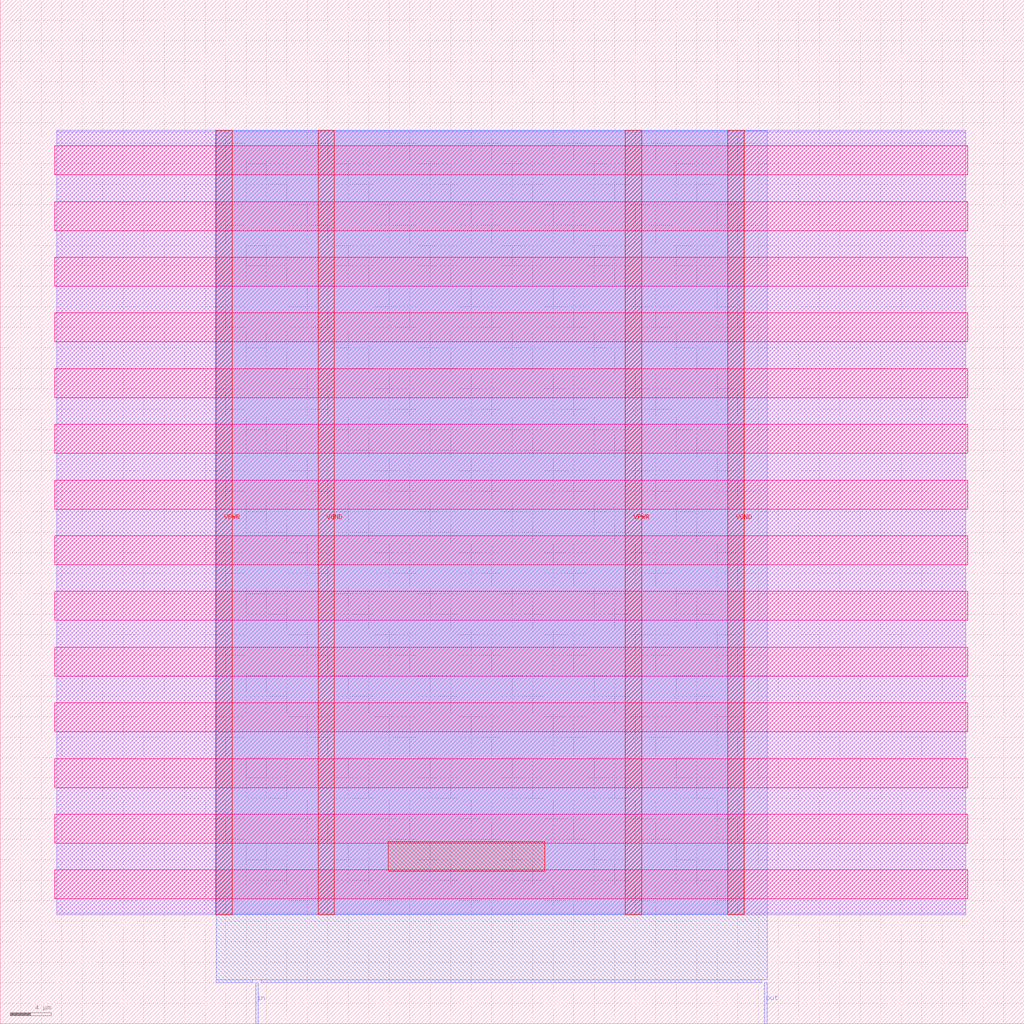
<source format=lef>
VERSION 5.7 ;
  NOWIREEXTENSIONATPIN ON ;
  DIVIDERCHAR "/" ;
  BUSBITCHARS "[]" ;
MACRO adc_edge_detect_macrotest
  CLASS BLOCK ;
  FOREIGN adc_edge_detect_macrotest ;
  ORIGIN 0.000 0.000 ;
  SIZE 100.000 BY 100.000 ;
  PIN VGND
    DIRECTION INOUT ;
    USE GROUND ;
    PORT
      LAYER met4 ;
        RECT 31.040 10.640 32.640 87.280 ;
    END
    PORT
      LAYER met4 ;
        RECT 71.040 10.640 72.640 87.280 ;
    END
  END VGND
  PIN VPWR
    DIRECTION INOUT ;
    USE POWER ;
    PORT
      LAYER met4 ;
        RECT 21.040 10.640 22.640 87.280 ;
    END
    PORT
      LAYER met4 ;
        RECT 61.040 10.640 62.640 87.280 ;
    END
  END VPWR
  PIN in
    DIRECTION INPUT ;
    USE SIGNAL ;
    PORT
      LAYER met2 ;
        RECT 24.930 0.000 25.210 4.000 ;
    END
  END in
  PIN out
    DIRECTION OUTPUT TRISTATE ;
    USE SIGNAL ;
    PORT
      LAYER met2 ;
        RECT 74.610 0.000 74.890 4.000 ;
    END
  END out
  OBS
      LAYER nwell ;
        RECT 5.330 82.905 94.490 85.735 ;
        RECT 5.330 77.465 94.490 80.295 ;
        RECT 5.330 72.025 94.490 74.855 ;
        RECT 5.330 66.585 94.490 69.415 ;
        RECT 5.330 61.145 94.490 63.975 ;
        RECT 5.330 55.705 94.490 58.535 ;
        RECT 5.330 50.265 94.490 53.095 ;
        RECT 5.330 44.825 94.490 47.655 ;
        RECT 5.330 39.385 94.490 42.215 ;
        RECT 5.330 33.945 94.490 36.775 ;
        RECT 5.330 28.505 94.490 31.335 ;
        RECT 5.330 23.065 94.490 25.895 ;
        RECT 5.330 17.625 94.490 20.455 ;
        RECT 5.330 12.185 94.490 15.015 ;
      LAYER li1 ;
        RECT 5.520 10.795 94.300 87.125 ;
      LAYER met1 ;
        RECT 5.520 10.640 94.300 87.280 ;
      LAYER met2 ;
        RECT 21.070 4.280 74.880 87.225 ;
        RECT 21.070 4.000 24.650 4.280 ;
        RECT 25.490 4.000 74.330 4.280 ;
      LAYER met3 ;
        RECT 21.050 10.715 72.630 87.205 ;
      LAYER met4 ;
        RECT 37.910 14.890 53.150 17.750 ;
  END
END adc_edge_detect_macrotest
END LIBRARY


</source>
